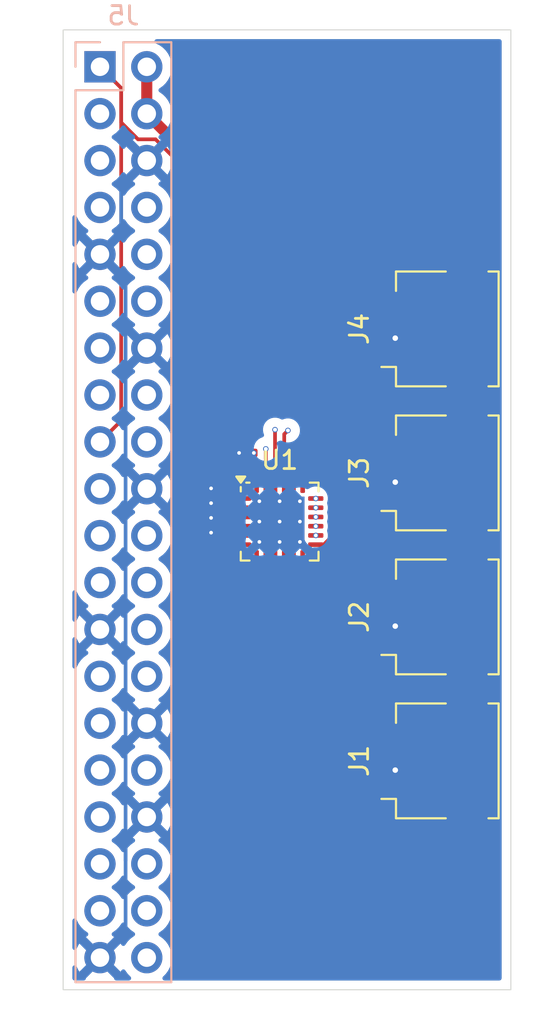
<source format=kicad_pcb>
(kicad_pcb (version 20241229) (generator "pcbnew") (generator_version "9.0")
  (layers (0 "F.Cu" signal) (4 "In1.Cu" signal) (6 "In2.Cu" signal) (2 "B.Cu" power) (13 "F.Paste" user) (15 "B.Paste" user) (5 "F.SilkS" user "F.Silkscreen") (7 "B.SilkS" user "B.Silkscreen") (1 "F.Mask" user) (3 "B.Mask" user) (25 "Edge.Cuts" user))
  (net 0 "")
  (net 1 "Net-(U1-AREG)")
  (net 2 "/PDM_IN1")
  (net 3 "+5V")
  (net 4 "/PDM_IN2")
  (net 5 "GND")
  (net 6 "/PDM_IN3")
  (net 7 "/PDM_IN4")
  (net 9 "/PCMD_~{RESET}")
  (net 10 "Net-(U1-VREF)")
  (net 11 "Net-(U1-MICBIAS)")
  (net 14 "/MISO")
  (net 15 "Net-(U1-DREG)")
  (net 18 "/PCMD_~{CS}")
  (net 27 "/MOSI")
  (net 30 "/SCLK")
  (net 31 "/BCLK")
  (net 33 "/DATA")
  (net 39 "/PDM_CLK4")
  (net 40 "/PDM_CLK1")
  (net 41 "/PDM_CLK2")
  (net 42 "+3.3V")
  (net 43 "/PDM_CLK3")
  (net 52 "/FSYNC")
  (footprint "Capacitor_SMD:C_0201_0603Metric" (layer "F.Cu") (at 144.35 65.8375 180)
    (property "Reference" "C1" (hide yes))
    (property "Value" "10μF" (hide yes))
    (pad "1" smd roundrect (at -0.32 0 180) (size 0.46 0.4) (layers "F.Cu" "F.Mask") (net 1 "Net-(U1-AREG)"))
    (pad "2" smd roundrect (at 0.32 0 180) (size 0.46 0.4) (layers "F.Cu" "F.Mask") (net 5 "GND"))
  )
  (footprint "Capacitor_SMD:C_0201_0603Metric" (layer "F.Cu") (at 146.35 64.2375 90)
    (property "Reference" "C6" (hide yes))
    (property "Value" "10μF" (hide yes))
    (pad "1" smd roundrect (at -0.32 0 90) (size 0.46 0.4) (layers "F.Cu" "F.Mask") (net 15 "Net-(U1-DREG)"))
    (pad "2" smd roundrect (at 0.32 0 90) (size 0.46 0.4) (layers "F.Cu" "F.Mask") (net 5 "GND"))
  )
  (footprint "Connector_Molex:Molex_Pico-Clasp_202396-0407_1x04-1MP_P1.00mm_Horizontal" (layer "F.Cu") (at 156.05 72.8 90)
    (property "Reference" "J2" (at 0 -3.98 90) (layer "F.SilkS"))
    (property "Value" "MIC2")
    (fp_line (start 3.11 -1.985) (end 2.06 -1.985) (stroke (width 0.12)) (layer "F.SilkS"))
    (fp_line (start -2.06 -1.985) (end -2.06 -2.775) (stroke (width 0.12)) (layer "F.SilkS"))
    (fp_line (start -3.11 -1.985) (end -2.06 -1.985) (stroke (width 0.12)) (layer "F.SilkS"))
    (fp_line (start 3.11 0.715) (end 3.11 -1.985) (stroke (width 0.12)) (layer "F.SilkS"))
    (fp_line (start -3.11 0.715) (end -3.11 -1.985) (stroke (width 0.12)) (layer "F.SilkS"))
    (fp_line (start -3.11 3.035) (end -3.11 3.585) (stroke (width 0.12)) (layer "F.SilkS"))
    (fp_line (start 3.11 3.585) (end 3.11 3.035) (stroke (width 0.12)) (layer "F.SilkS"))
    (fp_line (start -3.11 3.585) (end 3.11 3.585) (stroke (width 0.12)) (layer "F.SilkS"))
    (pad "1" smd roundrect (at -1.5 -2.025 90) (size 0.6 1.5) (layers "F.Cu" "F.Mask" "F.Paste") (net 3 "+5V"))
    (pad "2" smd roundrect (at -0.5 -2.025 90) (size 0.6 1.5) (layers "F.Cu" "F.Mask" "F.Paste") (net 5 "GND"))
    (pad "3" smd roundrect (at 0.5 -2.025 90) (size 0.6 1.5) (layers "F.Cu" "F.Mask" "F.Paste") (net 4 "/PDM_IN2"))
    (pad "4" smd roundrect (at 1.5 -2.025 90) (size 0.6 1.5) (layers "F.Cu" "F.Mask" "F.Paste") (net 41 "/PDM_CLK2"))
    (pad "MP" smd roundrect (at -2.8 1.875 90) (size 1.2 1.8) (layers "F.Cu" "F.Mask" "F.Paste") (roundrect_rratio 0.208333))
    (pad "MP" smd roundrect (at 2.8 1.875 90) (size 1.2 1.8) (layers "F.Cu" "F.Mask" "F.Paste") (roundrect_rratio 0.208333))
  )
  (footprint "Capacitor_SMD:C_0201_0603Metric" (layer "F.Cu") (at 144.35 66.6375 180)
    (property "Reference" "C2" (hide yes))
    (property "Value" "0.1μF" (hide yes))
    (pad "1" smd roundrect (at -0.32 0 180) (size 0.46 0.4) (layers "F.Cu" "F.Mask") (net 1 "Net-(U1-AREG)"))
    (pad "2" smd roundrect (at 0.32 0 180) (size 0.46 0.4) (layers "F.Cu" "F.Mask") (net 5 "GND"))
  )
  (footprint "Connector_Molex:Molex_Pico-Clasp_202396-0407_1x04-1MP_P1.00mm_Horizontal" (layer "F.Cu") (at 156.05 65 90)
    (property "Reference" "J3" (at 0 -3.98 90) (layer "F.SilkS"))
    (property "Value" "MIC3")
    (fp_line (start 3.11 -1.985) (end 2.06 -1.985) (stroke (width 0.12)) (layer "F.SilkS"))
    (fp_line (start -2.06 -1.985) (end -2.06 -2.775) (stroke (width 0.12)) (layer "F.SilkS"))
    (fp_line (start -3.11 -1.985) (end -2.06 -1.985) (stroke (width 0.12)) (layer "F.SilkS"))
    (fp_line (start 3.11 0.715) (end 3.11 -1.985) (stroke (width 0.12)) (layer "F.SilkS"))
    (fp_line (start -3.11 0.715) (end -3.11 -1.985) (stroke (width 0.12)) (layer "F.SilkS"))
    (fp_line (start -3.11 3.035) (end -3.11 3.585) (stroke (width 0.12)) (layer "F.SilkS"))
    (fp_line (start 3.11 3.585) (end 3.11 3.035) (stroke (width 0.12)) (layer "F.SilkS"))
    (fp_line (start -3.11 3.585) (end 3.11 3.585) (stroke (width 0.12)) (layer "F.SilkS"))
    (pad "1" smd roundrect (at -1.5 -2.025 90) (size 0.6 1.5) (layers "F.Cu" "F.Mask" "F.Paste") (net 3 "+5V"))
    (pad "2" smd roundrect (at -0.5 -2.025 90) (size 0.6 1.5) (layers "F.Cu" "F.Mask" "F.Paste") (net 5 "GND"))
    (pad "3" smd roundrect (at 0.5 -2.025 90) (size 0.6 1.5) (layers "F.Cu" "F.Mask" "F.Paste") (net 6 "/PDM_IN3"))
    (pad "4" smd roundrect (at 1.5 -2.025 90) (size 0.6 1.5) (layers "F.Cu" "F.Mask" "F.Paste") (net 43 "/PDM_CLK3"))
    (pad "MP" smd roundrect (at -2.8 1.875 90) (size 1.2 1.8) (layers "F.Cu" "F.Mask" "F.Paste") (roundrect_rratio 0.208333))
    (pad "MP" smd roundrect (at 2.8 1.875 90) (size 1.2 1.8) (layers "F.Cu" "F.Mask" "F.Paste") (roundrect_rratio 0.208333))
  )
  (footprint "Connector_Molex:Molex_Pico-Clasp_202396-0407_1x04-1MP_P1.00mm_Horizontal" (layer "F.Cu") (at 156.05 57.2 90)
    (property "Reference" "J4" (at 0 -3.98 90) (layer "F.SilkS"))
    (property "Value" "MIC4")
    (fp_line (start 3.11 -1.985) (end 2.06 -1.985) (stroke (width 0.12)) (layer "F.SilkS"))
    (fp_line (start -2.06 -1.985) (end -2.06 -2.775) (stroke (width 0.12)) (layer "F.SilkS"))
    (fp_line (start -3.11 -1.985) (end -2.06 -1.985) (stroke (width 0.12)) (layer "F.SilkS"))
    (fp_line (start 3.11 0.715) (end 3.11 -1.985) (stroke (width 0.12)) (layer "F.SilkS"))
    (fp_line (start -3.11 0.715) (end -3.11 -1.985) (stroke (width 0.12)) (layer "F.SilkS"))
    (fp_line (start -3.11 3.035) (end -3.11 3.585) (stroke (width 0.12)) (layer "F.SilkS"))
    (fp_line (start 3.11 3.585) (end 3.11 3.035) (stroke (width 0.12)) (layer "F.SilkS"))
    (fp_line (start -3.11 3.585) (end 3.11 3.585) (stroke (width 0.12)) (layer "F.SilkS"))
    (pad "1" smd roundrect (at -1.5 -2.025 90) (size 0.6 1.5) (layers "F.Cu" "F.Mask" "F.Paste") (net 3 "+5V"))
    (pad "2" smd roundrect (at -0.5 -2.025 90) (size 0.6 1.5) (layers "F.Cu" "F.Mask" "F.Paste") (net 5 "GND"))
    (pad "3" smd roundrect (at 0.5 -2.025 90) (size 0.6 1.5) (layers "F.Cu" "F.Mask" "F.Paste") (net 7 "/PDM_IN4"))
    (pad "4" smd roundrect (at 1.5 -2.025 90) (size 0.6 1.5) (layers "F.Cu" "F.Mask" "F.Paste") (net 39 "/PDM_CLK4"))
    (pad "MP" smd roundrect (at -2.8 1.875 90) (size 1.2 1.8) (layers "F.Cu" "F.Mask" "F.Paste") (roundrect_rratio 0.208333))
    (pad "MP" smd roundrect (at 2.8 1.875 90) (size 1.2 1.8) (layers "F.Cu" "F.Mask" "F.Paste") (roundrect_rratio 0.208333))
  )
  (footprint "Connector_Molex:Molex_Pico-Clasp_202396-0407_1x04-1MP_P1.00mm_Horizontal" (layer "F.Cu") (at 156.05 80.6 90)
    (property "Reference" "J1" (at 0 -3.98 90) (layer "F.SilkS"))
    (property "Value" "MIC1")
    (fp_line (start 3.11 -1.985) (end 2.06 -1.985) (stroke (width 0.12)) (layer "F.SilkS"))
    (fp_line (start -2.06 -1.985) (end -2.06 -2.775) (stroke (width 0.12)) (layer "F.SilkS"))
    (fp_line (start -3.11 -1.985) (end -2.06 -1.985) (stroke (width 0.12)) (layer "F.SilkS"))
    (fp_line (start 3.11 0.715) (end 3.11 -1.985) (stroke (width 0.12)) (layer "F.SilkS"))
    (fp_line (start -3.11 0.715) (end -3.11 -1.985) (stroke (width 0.12)) (layer "F.SilkS"))
    (fp_line (start -3.11 3.035) (end -3.11 3.585) (stroke (width 0.12)) (layer "F.SilkS"))
    (fp_line (start 3.11 3.585) (end 3.11 3.035) (stroke (width 0.12)) (layer "F.SilkS"))
    (fp_line (start -3.11 3.585) (end 3.11 3.585) (stroke (width 0.12)) (layer "F.SilkS"))
    (pad "1" smd roundrect (at -1.5 -2.025 90) (size 0.6 1.5) (layers "F.Cu" "F.Mask" "F.Paste") (net 3 "+5V"))
    (pad "2" smd roundrect (at -0.5 -2.025 90) (size 0.6 1.5) (layers "F.Cu" "F.Mask" "F.Paste") (net 5 "GND"))
    (pad "3" smd roundrect (at 0.5 -2.025 90) (size 0.6 1.5) (layers "F.Cu" "F.Mask" "F.Paste") (net 2 "/PDM_IN1"))
    (pad "4" smd roundrect (at 1.5 -2.025 90) (size 0.6 1.5) (layers "F.Cu" "F.Mask" "F.Paste") (net 40 "/PDM_CLK1"))
    (pad "MP" smd roundrect (at -2.8 1.875 90) (size 1.2 1.8) (layers "F.Cu" "F.Mask" "F.Paste") (roundrect_rratio 0.208333))
    (pad "MP" smd roundrect (at 2.8 1.875 90) (size 1.2 1.8) (layers "F.Cu" "F.Mask" "F.Paste") (roundrect_rratio 0.208333))
  )
  (footprint "Capacitor_SMD:C_0201_0603Metric" (layer "F.Cu") (at 145.55 64.2375 90)
    (property "Reference" "C5" (hide yes))
    (property "Value" "0.1μF" (hide yes))
    (pad "1" smd roundrect (at -0.32 0 90) (size 0.46 0.4) (layers "F.Cu" "F.Mask") (net 15 "Net-(U1-DREG)"))
    (pad "2" smd roundrect (at 0.32 0 90) (size 0.46 0.4) (layers "F.Cu" "F.Mask") (net 5 "GND"))
  )
  (footprint "Capacitor_SMD:C_0201_0603Metric" (layer "F.Cu") (at 144.35 68.2375 180)
    (property "Reference" "C4" (hide yes))
    (property "Value" "1μF" (hide yes))
    (pad "1" smd roundrect (at -0.32 0 180) (size 0.46 0.4) (layers "F.Cu" "F.Mask") (net 11 "Net-(U1-MICBIAS)"))
    (pad "2" smd roundrect (at 0.32 0 180) (size 0.46 0.4) (layers "F.Cu" "F.Mask") (net 5 "GND"))
  )
  (footprint "Package_DFN_QFN:Texas_RTW_WQFN-24-1EP_4x4mm_P0.5mm_EP2.7x2.7mm_ThermalVias" (layer "F.Cu") (at 147.75 67.6375)
    (property "Reference" "U1" (at 0 -3.33 0) (layer "F.SilkS"))
    (property "Value" "PCMD3180")
    (fp_line (start -2.11 -1.635) (end -2.11 -1.87) (stroke (width 0.12)) (layer "F.SilkS"))
    (fp_line (start -2.11 2.11) (end -2.11 1.635) (stroke (width 0.12)) (layer "F.SilkS"))
    (fp_line (start -1.635 -2.11) (end -1.81 -2.11) (stroke (width 0.12)) (layer "F.SilkS"))
    (fp_line (start -1.635 2.11) (end -2.11 2.11) (stroke (width 0.12)) (layer "F.SilkS"))
    (fp_line (start 1.635 -2.11) (end 2.11 -2.11) (stroke (width 0.12)) (layer "F.SilkS"))
    (fp_line (start 1.635 2.11) (end 2.11 2.11) (stroke (width 0.12)) (layer "F.SilkS"))
    (fp_line (start 2.11 -2.11) (end 2.11 -1.635) (stroke (width 0.12)) (layer "F.SilkS"))
    (fp_line (start 2.11 2.11) (end 2.11 1.635) (stroke (width 0.12)) (layer "F.SilkS"))
    (fp_poly (pts (xy -2.11 -2.11) (xy -2.35 -2.44) (xy -1.87 -2.44)) (stroke (width 0.12)) (fill yes) (layer "F.SilkS"))
    (pad "1" smd roundrect (at -1.9625 -1.25) (size 0.825 0.25) (layers "F.Cu" "F.Mask" "F.Paste") (net 42 "+3.3V"))
    (pad "2" smd roundrect (at -1.9625 -0.75) (size 0.825 0.25) (layers "F.Cu" "F.Mask" "F.Paste") (net 1 "Net-(U1-AREG)"))
    (pad "3" smd roundrect (at -1.9625 -0.25) (size 0.825 0.25) (layers "F.Cu" "F.Mask" "F.Paste") (net 10 "Net-(U1-VREF)"))
    (pad "4" smd roundrect (at -1.9625 0.25) (size 0.825 0.25) (layers "F.Cu" "F.Mask" "F.Paste") (net 5 "GND"))
    (pad "5" smd roundrect (at -1.9625 0.75) (size 0.825 0.25) (layers "F.Cu" "F.Mask" "F.Paste") (net 11 "Net-(U1-MICBIAS)"))
    (pad "6" smd roundrect (at -1.9625 1.25) (size 0.825 0.25) (layers "F.Cu" "F.Mask" "F.Paste") (net 2 "/PDM_IN1"))
    (pad "7" smd roundrect (at -1.25 1.9625) (size 0.25 0.825) (layers "F.Cu" "F.Mask" "F.Paste") (net 40 "/PDM_CLK1"))
    (pad "8" smd roundrect (at -0.75 1.9625) (size 0.25 0.825) (layers "F.Cu" "F.Mask" "F.Paste") (net 4 "/PDM_IN2"))
    (pad "9" smd roundrect (at -0.25 1.9625) (size 0.25 0.825) (layers "F.Cu" "F.Mask" "F.Paste") (net 41 "/PDM_CLK2"))
    (pad "10" smd roundrect (at 0.25 1.9625) (size 0.25 0.825) (layers "F.Cu" "F.Mask" "F.Paste") (net 6 "/PDM_IN3"))
    (pad "11" smd roundrect (at 0.75 1.9625) (size 0.25 0.825) (layers "F.Cu" "F.Mask" "F.Paste") (net 43 "/PDM_CLK3"))
    (pad "12" smd roundrect (at 1.25 1.9625) (size 0.25 0.825) (layers "F.Cu" "F.Mask" "F.Paste") (net 7 "/PDM_IN4"))
    (pad "13" smd roundrect (at 1.9625 1.25) (size 0.825 0.25) (layers "F.Cu" "F.Mask" "F.Paste") (net 39 "/PDM_CLK4"))
    (pad "14" smd roundrect (at 1.9625 0.75) (size 0.825 0.25) (layers "F.Cu" "F.Mask" "F.Paste") (net 9 "/PCMD_~{RESET}"))
    (pad "15" smd roundrect (at 1.9625 0.25) (size 0.825 0.25) (layers "F.Cu" "F.Mask" "F.Paste") (net 14 "/MISO"))
    (pad "16" smd roundrect (at 1.9625 -0.25) (size 0.825 0.25) (layers "F.Cu" "F.Mask" "F.Paste") (net 30 "/SCLK"))
    (pad "17" smd roundrect (at 1.9625 -0.75) (size 0.825 0.25) (layers "F.Cu" "F.Mask" "F.Paste") (net 27 "/MOSI"))
    (pad "18" smd roundrect (at 1.9625 -1.25) (size 0.825 0.25) (layers "F.Cu" "F.Mask" "F.Paste") (net 18 "/PCMD_~{CS}"))
    (pad "19" smd roundrect (at 1.25 -1.9625) (size 0.25 0.825) (layers "F.Cu" "F.Mask" "F.Paste") (net 42 "+3.3V"))
    (pad "20" smd roundrect (at 0.75 -1.9625) (size 0.25 0.825) (layers "F.Cu" "F.Mask" "F.Paste"))
    (pad "21" smd roundrect (at 0.25 -1.9625) (size 0.25 0.825) (layers "F.Cu" "F.Mask" "F.Paste") (net 33 "/DATA"))
    (pad "22" smd roundrect (at -0.25 -1.9625) (size 0.25 0.825) (layers "F.Cu" "F.Mask" "F.Paste") (net 31 "/BCLK"))
    (pad "23" smd roundrect (at -0.75 -1.9625) (size 0.25 0.825) (layers "F.Cu" "F.Mask" "F.Paste") (net 52 "/FSYNC"))
    (pad "24" smd roundrect (at -1.25 -1.9625) (size 0.25 0.825) (layers "F.Cu" "F.Mask" "F.Paste") (net 15 "Net-(U1-DREG)"))
    (pad "25" thru_hole circle (at -1.1 -1.1) (size 0.5 0.5) (drill 0.2) (property pad_prop_heatsink) (layers "*.Cu") (net 5 "GND"))
    (pad "25" thru_hole circle (at -1.1 0) (size 0.5 0.5) (drill 0.2) (property pad_prop_heatsink) (layers "*.Cu") (net 5 "GND"))
    (pad "25" thru_hole circle (at -1.1 1.1) (size 0.5 0.5) (drill 0.2) (property pad_prop_heatsink) (layers "*.Cu") (net 5 "GND"))
    (pad "25" thru_hole circle (at 0 -1.1) (size 0.5 0.5) (drill 0.2) (property pad_prop_heatsink) (layers "*.Cu") (net 5 "GND"))
    (pad "25" thru_hole circle (at 0 0) (size 0.5 0.5) (drill 0.2) (property pad_prop_heatsink) (layers "*.Cu") (net 5 "GND"))
    (pad "25" smd rect (at 0 0) (size 2.7 2.7) (property pad_prop_heatsink) (layers "F.Cu" "F.Mask") (net 5 "GND"))
    (pad "25" smd rect (at 0 0) (size 2.7 2.7) (property pad_prop_heatsink) (layers "B.Cu") (net 5 "GND"))
    (pad "25" thru_hole circle (at 0 1.1) (size 0.5 0.5) (drill 0.2) (property pad_prop_heatsink) (layers "*.Cu") (net 5 "GND"))
    (pad "25" thru_hole circle (at 1.1 -1.1) (size 0.5 0.5) (drill 0.2) (property pad_prop_heatsink) (layers "*.Cu") (net 5 "GND"))
    (pad "25" thru_hole circle (at 1.1 0) (size 0.5 0.5) (drill 0.2) (property pad_prop_heatsink) (layers "*.Cu") (net 5 "GND"))
    (pad "25" thru_hole circle (at 1.1 1.1) (size 0.5 0.5) (drill 0.2) (property pad_prop_heatsink) (layers "*.Cu") (net 5 "GND"))
  )
  (footprint "Capacitor_SMD:C_0201_0603Metric" (layer "F.Cu") (at 144.35 67.4375 180)
    (property "Reference" "C3" (hide yes))
    (property "Value" "1μF" (hide yes))
    (pad "1" smd roundrect (at -0.32 0 180) (size 0.46 0.4) (layers "F.Cu" "F.Mask") (net 10 "Net-(U1-VREF)"))
    (pad "2" smd roundrect (at 0.32 0 180) (size 0.46 0.4) (layers "F.Cu" "F.Mask") (net 5 "GND"))
  )
  (footprint "Connector_PinSocket_2.54mm:PinSocket_2x20_P2.54mm_Vertical" (layer "B.Cu") (at 138 43 180)
    (property "Reference" "J5" (at -1.27 2.77 0) (layer "B.SilkS") (effects (justify mirror)))
    (property "Value" "Jetson Orin Nano")
    (fp_line (start 1.33 1.33) (end 1.33 0) (stroke (width 0.12)) (layer "B.SilkS"))
    (fp_line (start 1.33 -1.27) (end 1.33 -49.59) (stroke (width 0.12)) (layer "B.SilkS"))
    (fp_line (start 0 1.33) (end 1.33 1.33) (stroke (width 0.12)) (layer "B.SilkS"))
    (fp_line (start -1.27 1.33) (end -1.27 -1.27) (stroke (width 0.12)) (layer "B.SilkS"))
    (fp_line (start -1.27 -1.27) (end 1.33 -1.27) (stroke (width 0.12)) (layer "B.SilkS"))
    (fp_line (start -3.87 1.33) (end -1.27 1.33) (stroke (width 0.12)) (layer "B.SilkS"))
    (fp_line (start -3.87 1.33) (end -3.87 -49.59) (stroke (width 0.12)) (layer "B.SilkS"))
    (fp_line (start -3.87 -49.59) (end 1.33 -49.59) (stroke (width 0.12)) (layer "B.SilkS"))
    (pad "1" thru_hole rect (at 0 0 180) (size 1.7 1.7) (drill 1) (layers "*.Cu" "*.Mask") (net 42 "+3.3V"))
    (pad "2" thru_hole circle (at -2.54 0 180) (size 1.7 1.7) (drill 1) (layers "*.Cu" "*.Mask") (net 3 "+5V"))
    (pad "3" thru_hole circle (at 0 -2.54 180) (size 1.7 1.7) (drill 1) (layers "*.Cu" "*.Mask"))
    (pad "4" thru_hole circle (at -2.54 -2.54 180) (size 1.7 1.7) (drill 1) (layers "*.Cu" "*.Mask") (net 3 "+5V"))
    (pad "5" thru_hole circle (at 0 -5.08 180) (size 1.7 1.7) (drill 1) (layers "*.Cu" "*.Mask"))
    (pad "6" thru_hole circle (at -2.54 -5.08 180) (size 1.7 1.7) (drill 1) (layers "*.Cu" "*.Mask") (net 5 "GND"))
    (pad "7" thru_hole circle (at 0 -7.62 180) (size 1.7 1.7) (drill 1) (layers "*.Cu" "*.Mask"))
    (pad "8" thru_hole circle (at -2.54 -7.62 180) (size 1.7 1.7) (drill 1) (layers "*.Cu" "*.Mask"))
    (pad "9" thru_hole circle (at 0 -10.16 180) (size 1.7 1.7) (drill 1) (layers "*.Cu" "*.Mask") (net 5 "GND"))
    (pad "10" thru_hole circle (at -2.54 -10.16 180) (size 1.7 1.7) (drill 1) (layers "*.Cu" "*.Mask"))
    (pad "11" thru_hole circle (at 0 -12.7 180) (size 1.7 1.7) (drill 1) (layers "*.Cu" "*.Mask"))
    (pad "12" thru_hole circle (at -2.54 -12.7 180) (size 1.7 1.7) (drill 1) (layers "*.Cu" "*.Mask") (net 31 "/BCLK"))
    (pad "13" thru_hole circle (at 0 -15.24 180) (size 1.7 1.7) (drill 1) (layers "*.Cu" "*.Mask"))
    (pad "14" thru_hole circle (at -2.54 -15.24 180) (size 1.7 1.7) (drill 1) (layers "*.Cu" "*.Mask") (net 5 "GND"))
    (pad "15" thru_hole circle (at 0 -17.78 180) (size 1.7 1.7) (drill 1) (layers "*.Cu" "*.Mask"))
    (pad "16" thru_hole circle (at -2.54 -17.78 180) (size 1.7 1.7) (drill 1) (layers "*.Cu" "*.Mask"))
    (pad "17" thru_hole circle (at 0 -20.32 180) (size 1.7 1.7) (drill 1) (layers "*.Cu" "*.Mask") (net 42 "+3.3V"))
    (pad "18" thru_hole circle (at -2.54 -20.32 180) (size 1.7 1.7) (drill 1) (layers "*.Cu" "*.Mask"))
    (pad "19" thru_hole circle (at 0 -22.86 180) (size 1.7 1.7) (drill 1) (layers "*.Cu" "*.Mask") (net 27 "/MOSI"))
    (pad "20" thru_hole circle (at -2.54 -22.86 180) (size 1.7 1.7) (drill 1) (layers "*.Cu" "*.Mask") (net 5 "GND"))
    (pad "21" thru_hole circle (at 0 -25.4 180) (size 1.7 1.7) (drill 1) (layers "*.Cu" "*.Mask") (net 14 "/MISO"))
    (pad "22" thru_hole circle (at -2.54 -25.4 180) (size 1.7 1.7) (drill 1) (layers "*.Cu" "*.Mask"))
    (pad "23" thru_hole circle (at 0 -27.94 180) (size 1.7 1.7) (drill 1) (layers "*.Cu" "*.Mask") (net 30 "/SCLK"))
    (pad "24" thru_hole circle (at -2.54 -27.94 180) (size 1.7 1.7) (drill 1) (layers "*.Cu" "*.Mask") (net 18 "/PCMD_~{CS}"))
    (pad "25" thru_hole circle (at 0 -30.48 180) (size 1.7 1.7) (drill 1) (layers "*.Cu" "*.Mask") (net 5 "GND"))
    (pad "26" thru_hole circle (at -2.54 -30.48 180) (size 1.7 1.7) (drill 1) (layers "*.Cu" "*.Mask"))
    (pad "27" thru_hole circle (at 0 -33.02 180) (size 1.7 1.7) (drill 1) (layers "*.Cu" "*.Mask"))
    (pad "28" thru_hole circle (at -2.54 -33.02 180) (size 1.7 1.7) (drill 1) (layers "*.Cu" "*.Mask"))
    (pad "29" thru_hole circle (at 0 -35.56 180) (size 1.7 1.7) (drill 1) (layers "*.Cu" "*.Mask") (net 9 "/PCMD_~{RESET}"))
    (pad "30" thru_hole circle (at -2.54 -35.56 180) (size 1.7 1.7) (drill 1) (layers "*.Cu" "*.Mask") (net 5 "GND"))
    (pad "31" thru_hole circle (at 0 -38.1 180) (size 1.7 1.7) (drill 1) (layers "*.Cu" "*.Mask"))
    (pad "32" thru_hole circle (at -2.54 -38.1 180) (size 1.7 1.7) (drill 1) (layers "*.Cu" "*.Mask"))
    (pad "33" thru_hole circle (at 0 -40.64 180) (size 1.7 1.7) (drill 1) (layers "*.Cu" "*.Mask"))
    (pad "34" thru_hole circle (at -2.54 -40.64 180) (size 1.7 1.7) (drill 1) (layers "*.Cu" "*.Mask") (net 5 "GND"))
    (pad "35" thru_hole circle (at 0 -43.18 180) (size 1.7 1.7) (drill 1) (layers "*.Cu" "*.Mask") (net 52 "/FSYNC"))
    (pad "36" thru_hole circle (at -2.54 -43.18 180) (size 1.7 1.7) (drill 1) (layers "*.Cu" "*.Mask"))
    (pad "37" thru_hole circle (at 0 -45.72 180) (size 1.7 1.7) (drill 1) (layers "*.Cu" "*.Mask"))
    (pad "38" thru_hole circle (at -2.54 -45.72 180) (size 1.7 1.7) (drill 1) (layers "*.Cu" "*.Mask") (net 33 "/DATA"))
    (pad "39" thru_hole circle (at 0 -48.26 180) (size 1.7 1.7) (drill 1) (layers "*.Cu" "*.Mask") (net 5 "GND"))
    (pad "40" thru_hole circle (at -2.54 -48.26 180) (size 1.7 1.7) (drill 1) (layers "*.Cu" "*.Mask"))
  )
  (gr_rect (start 136 41) (end 160.3 93) (stroke (width 0.05)) (fill no) (layer "Edge.Cuts"))
  (segment (start 144.67 65.8375) (end 144.67 66.198298) (width 0.2) (layer "F.Cu") (net 1))
  (segment (start 144.67 66.6375) (end 145.109202 66.6375) (width 0.2) (layer "F.Cu") (net 1))
  (segment (start 145.359202 66.8875) (end 145.7875 66.8875) (width 0.2) (layer "F.Cu") (net 1))
  (segment (start 144.67 66.198298) (end 145.359202 66.8875) (width 0.2) (layer "F.Cu") (net 1))
  (segment (start 145.109202 66.6375) (end 145.359202 66.8875) (width 0.2) (layer "F.Cu") (net 1))
  (segment (start 145.7875 71.4) (end 145.7875 72.612499) (width 0.2) (layer "F.Cu") (net 2))
  (segment (start 153.275001 80.1) (end 154.025 80.1) (width 0.2) (layer "F.Cu") (net 2))
  (segment (start 145.7875 68.8875) (end 145.7875 71.4) (width 0.2) (layer "F.Cu") (net 2))
  (segment (start 145.7875 71.4) (end 145.7875 71.5875) (width 0.2) (layer "F.Cu") (net 2))
  (segment (start 145.7875 72.612499) (end 153.275001 80.1) (width 0.2) (layer "F.Cu") (net 2))
  (segment (start 154.9 66.5) (end 155.4 67) (width 0.6) (layer "F.Cu") (net 3))
  (segment (start 154.774999 74.3) (end 154.025 74.3) (width 0.6) (layer "F.Cu") (net 3))
  (segment (start 155.4 57.4) (end 155.4 48.6) (width 0.2) (layer "F.Cu") (net 3))
  (segment (start 155.4 73) (end 155.4 73.674999) (width 0.6) (layer "F.Cu") (net 3))
  (segment (start 155.4 81.474999) (end 154.774999 82.1) (width 0.6) (layer "F.Cu") (net 3))
  (segment (start 154.7 58.7) (end 154.025 58.7) (width 0.6) (layer "F.Cu") (net 3))
  (segment (start 155.4 59.2) (end 155.4 61) (width 0.6) (layer "F.Cu") (net 3))
  (segment (start 154.7 66.5) (end 154.025 66.5) (width 0.2) (layer "F.Cu") (net 3))
  (segment (start 155.4 74.6) (end 155.4 81.474999) (width 0.2) (layer "F.Cu") (net 3))
  (segment (start 140.54 43) (end 140.54 45.54) (width 0.6) (layer "F.Cu") (net 3))
  (segment (start 154.025 66.5) (end 154.9 66.5) (width 0.6) (layer "F.Cu") (net 3))
  (segment (start 155.4 61) (end 155.4 65.8) (width 0.2) (layer "F.Cu") (net 3))
  (segment (start 155.4 73.6) (end 155.4 73.674999) (width 0.2) (layer "F.Cu") (net 3))
  (segment (start 140.54 45.54) (end 141.8 46.8) (width 0.6) (layer "F.Cu") (net 3))
  (segment (start 155.4 65.8) (end 155.4 67) (width 0.2) (layer "F.Cu") (net 3))
  (segment (start 155.4 58) (end 154.7 58.7) (width 0.6) (layer "F.Cu") (net 3))
  (segment (start 155.4 65.874999) (end 154.774999 66.5) (width 0.6) (layer "F.Cu") (net 3))
  (segment (start 141.8 46.8) (end 153.6 46.8) (width 0.6) (layer "F.Cu") (net 3))
  (segment (start 155.4 65.4) (end 155.4 73) (width 0.6) (layer "F.Cu") (net 3))
  (segment (start 155.4 65.4) (end 155.4 65.874999) (width 0.6) (layer "F.Cu") (net 3))
  (segment (start 155.4 73.674999) (end 154.774999 74.3) (width 0.6) (layer "F.Cu") (net 3))
  (segment (start 154.9 58.7) (end 155.4 59.2) (width 0.6) (layer "F.Cu") (net 3))
  (segment (start 154.025 74.3) (end 155.1 74.3) (width 0.6) (layer "F.Cu") (net 3))
  (segment (start 155.4 73.6) (end 155.4 74.6) (width 0.2) (layer "F.Cu") (net 3))
  (segment (start 155.4 61) (end 155.4 65.4) (width 0.6) (layer "F.Cu") (net 3))
  (segment (start 155.4 57.4) (end 155.4 58) (width 0.2) (layer "F.Cu") (net 3))
  (segment (start 155.1 74.3) (end 155.4 74.6) (width 0.6) (layer "F.Cu") (net 3))
  (segment (start 154.774999 82.1) (end 154.025 82.1) (width 0.6) (layer "F.Cu") (net 3))
  (segment (start 154.774999 66.5) (end 154.025 66.5) (width 0.6) (layer "F.Cu") (net 3))
  (segment (start 155.4 65.8) (end 154.7 66.5) (width 0.2) (layer "F.Cu") (net 3))
  (segment (start 155.4 57.4) (end 155.4 59.2) (width 0.6) (layer "F.Cu") (net 3))
  (segment (start 153.6 46.8) (end 155.4 48.6) (width 0.6) (layer "F.Cu") (net 3))
  (segment (start 155.4 73) (end 155.4 81.474999) (width 0.6) (layer "F.Cu") (net 3))
  (segment (start 155.4 67) (end 155.4 73.6) (width 0.2) (layer "F.Cu") (net 3))
  (segment (start 155.4 48.6) (end 155.4 58) (width 0.6) (layer "F.Cu") (net 3))
  (segment (start 154.025 58.7) (end 154.9 58.7) (width 0.6) (layer "F.Cu") (net 3))
  (segment (start 147 70.229598) (end 149.070402 72.3) (width 0.2) (layer "F.Cu") (net 4))
  (segment (start 147 69.6) (end 147 70.229598) (width 0.2) (layer "F.Cu") (net 4))
  (segment (start 149.070402 72.3) (end 154.025 72.3) (width 0.2) (layer "F.Cu") (net 4))
  (via (at 154.025 57.7) (size 0.6) (drill 0.3) (layers "F.Cu" "B.Cu") (net 5))
  (via (at 154.025 65.5) (size 0.6) (drill 0.3) (layers "F.Cu" "B.Cu") (net 5))
  (via (at 146.35 63.9175) (size 0.3) (drill 0.2) (layers "F.Cu" "B.Cu") (net 5))
  (via (at 154.025 73.3) (size 0.6) (drill 0.3) (layers "F.Cu" "B.Cu") (net 5))
  (via (at 144.03 68.2375) (size 0.3) (drill 0.2) (layers "F.Cu" "B.Cu") (net 5))
  (via (at 145.55 63.9175) (size 0.3) (drill 0.2) (layers "F.Cu" "B.Cu") (net 5))
  (via (at 154.025 81.1) (size 0.6) (drill 0.3) (layers "F.Cu" "B.Cu") (net 5))
  (via (at 144.03 67.4375) (size 0.3) (drill 0.2) (layers "F.Cu" "B.Cu") (net 5))
  (via (at 144.03 65.8375) (size 0.3) (drill 0.2) (layers "F.Cu" "B.Cu") (net 5))
  (via (at 144.03 66.6375) (size 0.3) (drill 0.2) (layers "F.Cu" "B.Cu") (net 5))
  (segment (start 139.389 59.391) (end 139.389 54.549) (width 0.2) (layer "B.Cu") (net 5))
  (segment (start 138 53.16) (end 139.151 54.311) (width 0.2) (layer "B.Cu") (net 5))
  (segment (start 139.389 59.391) (end 140.54 58.24) (width 0.2) (layer "B.Cu") (net 5))
  (segment (start 138 53.16) (end 139.151 52.009) (width 0.2) (layer "B.Cu") (net 5))
  (segment (start 139.389 79.711) (end 139.389 82) (width 0.2) (layer "B.Cu") (net 5))
  (segment (start 139.389 79.711) (end 139.389 75) (width 0.2) (layer "B.Cu") (net 5))
  (segment (start 138 73.48) (end 139.389 72.091) (width 0.2) (layer "B.Cu") (net 5))
  (segment (start 139.389 67.011) (end 139.389 59.391) (width 0.2) (layer "B.Cu") (net 5))
  (segment (start 140.54 78.56) (end 139.389 79.711) (width 0.2) (layer "B.Cu") (net 5))
  (segment (start 139.151 49.469) (end 140.54 48.08) (width 0.2) (layer "B.Cu") (net 5))
  (segment (start 139.389 84.791) (end 139.389 86) (width 0.2) (layer "B.Cu") (net 5))
  (segment (start 139.151 52.009) (end 139.151 49.469) (width 0.2) (layer "B.Cu") (net 5))
  (segment (start 139.151 56.851) (end 140.54 58.24) (width 0.2) (layer "B.Cu") (net 5))
  (segment (start 139.389 82) (end 139.389 86) (width 0.2) (layer "B.Cu") (net 5))
  (segment (start 139.151 77.171) (end 140.54 78.56) (width 0.2) (layer "B.Cu") (net 5))
  (segment (start 139.389 71.6) (end 139.389 67.011) (width 0.2) (layer "B.Cu") (net 5))
  (segment (start 139.389 82) (end 139.389 82.489) (width 0.2) (layer "B.Cu") (net 5))
  (segment (start 139.389 72.091) (end 139.389 71.6) (width 0.2) (layer "B.Cu") (net 5))
  (segment (start 139.389 82.489) (end 140.54 83.64) (width 0.2) (layer "B.Cu") (net 5))
  (segment (start 139.389 74.869) (end 138 73.48) (width 0.2) (layer "B.Cu") (net 5))
  (segment (start 138 73.48) (end 139.151 74.631) (width 0.2) (layer "B.Cu") (net 5))
  (segment (start 139.389 67.011) (end 140.54 65.86) (width 0.2) (layer "B.Cu") (net 5))
  (segment (start 139.389 89.871) (end 138 91.26) (width 0.2) (layer "B.Cu") (net 5))
  (segment (start 140.54 83.64) (end 139.389 84.791) (width 0.2) (layer "B.Cu") (net 5))
  (segment (start 139.389 75) (end 139.389 74.869) (width 0.2) (layer "B.Cu") (net 5))
  (segment (start 140.54 58.24) (end 139.151 59.629) (width 0.2) (layer "B.Cu") (net 5))
  (segment (start 139.389 54.549) (end 138 53.16) (width 0.2) (layer "B.Cu") (net 5))
  (segment (start 139.151 64.471) (end 140.54 65.86) (width 0.2) (layer "B.Cu") (net 5))
  (segment (start 139.389 86) (end 139.389 89.871) (width 0.2) (layer "B.Cu") (net 5))
  (segment (start 139.389 75) (end 139.389 71.6) (width 0.2) (layer "B.Cu") (net 5))
  (segment (start 148 69.6) (end 148 70.095398) (width 0.2) (layer "F.Cu") (net 6))
  (segment (start 151.703 66.072001) (end 153.275001 64.5) (width 0.2) (layer "F.Cu") (net 6))
  (segment (start 148 70.095398) (end 148.905602 71.001) (width 0.2) (layer "F.Cu") (net 6))
  (segment (start 151.703 69.026598) (end 151.703 66.072001) (width 0.2) (layer "F.Cu") (net 6))
  (segment (start 149.728598 71.001) (end 151.703 69.026598) (width 0.2) (layer "F.Cu") (net 6))
  (segment (start 148.905602 71.001) (end 149.728598 71.001) (width 0.2) (layer "F.Cu") (net 6))
  (segment (start 153.275001 64.5) (end 154.025 64.5) (width 0.2) (layer "F.Cu") (net 6))
  (segment (start 150.901 59.074001) (end 150.901 68.694398) (width 0.2) (layer "F.Cu") (net 7))
  (segment (start 154.025 56.7) (end 153.275001 56.7) (width 0.2) (layer "F.Cu") (net 7))
  (segment (start 153.275001 56.7) (end 150.901 59.074001) (width 0.2) (layer "F.Cu") (net 7))
  (segment (start 149.995398 69.6) (end 149 69.6) (width 0.2) (layer "F.Cu") (net 7))
  (segment (start 150.901 68.694398) (end 149.995398 69.6) (width 0.2) (layer "F.Cu") (net 7))
  (via (at 149.7125 68.3875) (size 0.3) (drill 0.2) (layers "F.Cu" "B.Cu") (net 9))
  (segment (start 144.72 67.3875) (end 144.67 67.4375) (width 0.2) (layer "F.Cu") (net 10))
  (segment (start 145.7875 67.3875) (end 144.72 67.3875) (width 0.2) (layer "F.Cu") (net 10))
  (segment (start 145.7875 68.3875) (end 144.82 68.3875) (width 0.2) (layer "F.Cu") (net 11))
  (segment (start 144.82 68.3875) (end 144.67 68.2375) (width 0.2) (layer "F.Cu") (net 11))
  (via (at 149.7125 67.8875) (size 0.3) (drill 0.2) (layers "F.Cu" "B.Cu") (net 14))
  (segment (start 146.5 65.675) (end 146.5 64.7075) (width 0.2) (layer "F.Cu") (net 15))
  (segment (start 146.5 65.675) (end 146.5 65.5075) (width 0.2) (layer "F.Cu") (net 15))
  (segment (start 146.5 64.7075) (end 146.35 64.5575) (width 0.2) (layer "F.Cu") (net 15))
  (segment (start 146.5 65.5075) (end 145.55 64.5575) (width 0.2) (layer "F.Cu") (net 15))
  (via (at 149.7125 66.3875) (size 0.3) (drill 0.2) (layers "F.Cu" "B.Cu") (net 18))
  (via (at 149.7125 66.8875) (size 0.3) (drill 0.2) (layers "F.Cu" "B.Cu") (net 27))
  (via (at 149.7125 67.3875) (size 0.3) (drill 0.2) (layers "F.Cu" "B.Cu") (net 30))
  (segment (start 147.5 65.675) (end 147.5 62.66) (width 0.2) (layer "F.Cu") (net 31))
  (via (at 147.5 62.66) (size 0.3) (drill 0.2) (layers "F.Cu" "B.Cu") (net 31))
  (segment (start 148 65.675) (end 148 62.9) (width 0.2) (layer "F.Cu") (net 33))
  (segment (start 148 62.9) (end 148.2 62.7) (width 0.2) (layer "F.Cu") (net 33))
  (via (at 148.2 62.7) (size 0.3) (drill 0.2) (layers "F.Cu" "B.Cu") (net 33))
  (segment (start 150.5 68.528298) (end 150.5 58.4) (width 0.2) (layer "F.Cu") (net 39))
  (segment (start 150.140798 68.8875) (end 150.5 68.528298) (width 0.2) (layer "F.Cu") (net 39))
  (segment (start 150.5 58.4) (end 153.2 55.7) (width 0.2) (layer "F.Cu") (net 39))
  (segment (start 149.7125 68.8875) (end 150.140798 68.8875) (width 0.2) (layer "F.Cu") (net 39))
  (segment (start 153.2 55.7) (end 154.025 55.7) (width 0.2) (layer "F.Cu") (net 39))
  (segment (start 152.842101 79.1) (end 154.025 79.1) (width 0.2) (layer "F.Cu") (net 40))
  (segment (start 146.5 69.6) (end 146.5 72.757899) (width 0.2) (layer "F.Cu") (net 40))
  (segment (start 146.5 72.757899) (end 152.842101 79.1) (width 0.2) (layer "F.Cu") (net 40))
  (segment (start 147.5 70.162498) (end 148.739502 71.402) (width 0.2) (layer "F.Cu") (net 41))
  (segment (start 148.739502 71.402) (end 153.923 71.402) (width 0.2) (layer "F.Cu") (net 41))
  (segment (start 153.923 71.402) (end 154.025 71.3) (width 0.2) (layer "F.Cu") (net 41))
  (segment (start 153.5 71.3) (end 154.025 71.3) (width 0.2) (layer "F.Cu") (net 41))
  (segment (start 147.5 69.6) (end 147.5 70.162498) (width 0.2) (layer "F.Cu") (net 41))
  (segment (start 139.151 44.151) (end 139.151 62.169) (width 0.2) (layer "F.Cu") (net 42))
  (segment (start 140.06324 46.929) (end 141.01676 46.929) (width 0.2) (layer "F.Cu") (net 42))
  (segment (start 144.74388 65.04388) (end 144.74388 50.65612) (width 0.2) (layer "F.Cu") (net 42))
  (segment (start 145.7875 66.3875) (end 145.7875 66.0875) (width 0.2) (layer "F.Cu") (net 42))
  (segment (start 141.01676 46.929) (end 144.74388 50.65612) (width 0.2) (layer "F.Cu") (net 42))
  (segment (start 139.151 62.169) (end 138 63.32) (width 0.2) (layer "F.Cu") (net 42))
  (segment (start 139.151 46.01676) (end 140.06324 46.929) (width 0.2) (layer "F.Cu") (net 42))
  (segment (start 149 54.91224) (end 149 65.675) (width 0.2) (layer "F.Cu") (net 42))
  (segment (start 139.151 44.151) (end 139.151 46.01676) (width 0.2) (layer "F.Cu") (net 42))
  (segment (start 144.74388 50.65612) (end 149 54.91224) (width 0.2) (layer "F.Cu") (net 42))
  (segment (start 138 43) (end 139.151 44.151) (width 0.2) (layer "F.Cu") (net 42))
  (segment (start 145.7875 66.0875) (end 144.74388 65.04388) (width 0.2) (layer "F.Cu") (net 42))
  (segment (start 153.502 63.5) (end 154.025 63.5) (width 0.2) (layer "F.Cu") (net 43))
  (segment (start 151.302 65.7) (end 153.502 63.5) (width 0.2) (layer "F.Cu") (net 43))
  (segment (start 148.5 69.6) (end 148.5 70.028298) (width 0.2) (layer "F.Cu") (net 43))
  (segment (start 149.562498 70.6) (end 151.302 68.860498) (width 0.2) (layer "F.Cu") (net 43))
  (segment (start 148.5 70.028298) (end 149.071702 70.6) (width 0.2) (layer "F.Cu") (net 43))
  (segment (start 149.071702 70.6) (end 149.562498 70.6) (width 0.2) (layer "F.Cu") (net 43))
  (segment (start 151.302 68.860498) (end 151.302 65.7) (width 0.2) (layer "F.Cu") (net 43))
  (segment (start 147 65.665091) (end 146.975 65.640091) (width 0.2) (layer "F.Cu") (net 52))
  (segment (start 147 65.675) (end 147 63.7) (width 0.2) (layer "F.Cu") (net 52))
  (segment (start 147 65.675) (end 147 65.665091) (width 0.2) (layer "F.Cu") (net 52))
  (via (at 147 63.7) (size 0.3) (drill 0.2) (layers "F.Cu" "B.Cu") (net 52))
  (zone (net 5) (net_name "GND") (layer "B.Cu") (connect_pads (clearance 0.5)) (min_thickness 0.25) (fill yes (thermal_gap 0.5) (thermal_bridge_width 0.5))
    (polygon (pts (xy 136 41) (xy 160.2 41) (xy 160.2 93.2) (xy 136 93.2)))
  )
)
</source>
